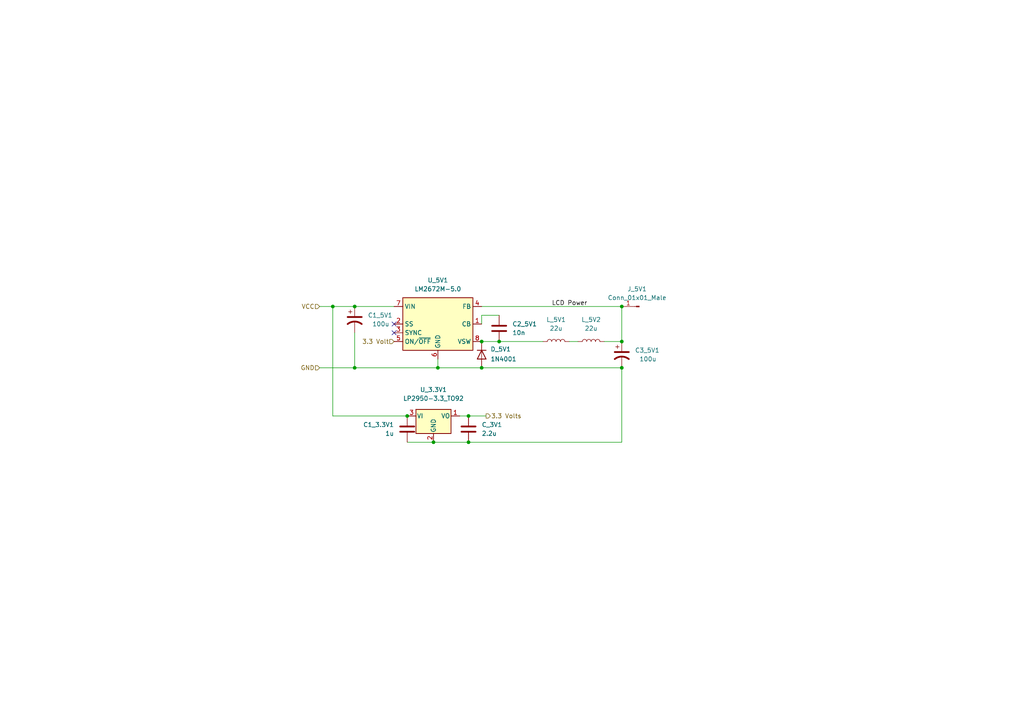
<source format=kicad_sch>
(kicad_sch (version 20211123) (generator eeschema)
  (paper "A4")
  (title_block (title "Channel 1 Power Rails") (date "2022-09-12") (rev "1") (company "George Mason University") (comment 1 "powered off the 3.3 volt rail.") (comment 2 "display as it requires it. The rest of the perphierals and the MCU are") (comment 3 "side. The 5 volts rail is only used to power the 20x04 character LCD") (comment 4 "This supplys the 5 volts and 3.3 volts rail for the primary digital"))
  (lib_symbols
    (symbol "Connector:Conn_01x01_Male" (pin_names (offset 1.016) hide)
      (property "Reference" "J" (at 0 2.54 0))
      (property "Value" "Conn_01x01_Male" (at 0 -2.54 0))
      (symbol "Conn_01x01_Male_1_1"
        (polyline (pts (xy 1.27 0) (xy 0.8636 0)) (stroke (width 0.1524)))
        (rectangle (start 0.8636 0.127) (end 0 -0.127) (stroke (width 0.1524)) (fill (type outline)))
        (pin passive line (at 5.08 0 180) (length 3.81) (name "Pin_1") (number "1"))
      )
    )
    (symbol "Device:C" (pin_numbers hide) (pin_names (offset 0.254))
      (property "Reference" "C" (at 0.635 2.54 0))
      (property "Value" "C" (at 0.635 -2.54 0))
      (symbol "C_0_1"
        (polyline (pts (xy -2.032 -0.762) (xy 2.032 -0.762)) (stroke (width 0.508)))
        (polyline (pts (xy -2.032 0.762) (xy 2.032 0.762)) (stroke (width 0.508)))
      )
      (symbol "C_1_1"
        (pin passive line (at 0 3.81 270) (length 2.794) (name "~") (number "1"))
        (pin passive line (at 0 -3.81 90) (length 2.794) (name "~") (number "2"))
      )
    )
    (symbol "Device:C_Polarized_US" (pin_numbers hide) (pin_names (offset 0.254) hide)
      (property "Reference" "C" (at 0.635 2.54 0))
      (property "Value" "C_Polarized_US" (at 0.635 -2.54 0))
      (symbol "C_Polarized_US_0_1"
        (polyline (pts (xy -2.032 0.762) (xy 2.032 0.762)) (stroke (width 0.508)))
        (polyline (pts (xy -1.778 2.286) (xy -0.762 2.286)))
        (polyline (pts (xy -1.27 1.778) (xy -1.27 2.794)))
        (arc (start 2.032 -1.27) (mid 0 -0.5572) (end -2.032 -1.27) (stroke (width 0.508)))
      )
      (symbol "C_Polarized_US_1_1"
        (pin passive line (at 0 3.81 270) (length 2.794) (name "~") (number "1"))
        (pin passive line (at 0 -3.81 90) (length 3.302) (name "~") (number "2"))
      )
    )
    (symbol "Device:L" (pin_numbers hide) (pin_names (offset 1.016) hide)
      (property "Reference" "L" (at -1.27 0 90))
      (property "Value" "L" (at 1.905 0 90))
      (symbol "L_0_1"
        (arc (start 0 -2.54) (mid 0.635 -1.905) (end 0 -1.27))
        (arc (start 0 -1.27) (mid 0.635 -0.635) (end 0 0))
        (arc (start 0 0) (mid 0.635 0.635) (end 0 1.27))
        (arc (start 0 1.27) (mid 0.635 1.905) (end 0 2.54))
      )
      (symbol "L_1_1"
        (pin passive line (at 0 3.81 270) (length 1.27) (name "1") (number "1"))
        (pin passive line (at 0 -3.81 90) (length 1.27) (name "2") (number "2"))
      )
    )
    (symbol "Diode:1N4001" (pin_numbers hide) (pin_names (offset 1.016) hide)
      (property "Reference" "D" (at 0 2.54 0))
      (property "Value" "1N4001" (at 0 -2.54 0))
      (symbol "1N4001_0_1"
        (polyline (pts (xy -1.27 1.27) (xy -1.27 -1.27)) (stroke (width 0.254)))
        (polyline (pts (xy 1.27 0) (xy -1.27 0)))
        (polyline (pts (xy 1.27 1.27) (xy 1.27 -1.27) (xy -1.27 0) (xy 1.27 1.27)) (stroke (width 0.254)))
      )
      (symbol "1N4001_1_1"
        (pin passive line (at -3.81 0 0) (length 2.54) (name "K") (number "1"))
        (pin passive line (at 3.81 0 180) (length 2.54) (name "A") (number "2"))
      )
    )
    (symbol "Regulator_Linear:LP2950-3.3_TO92" (pin_names (offset 0.254))
      (property "Reference" "U" (at -3.81 3.175 0))
      (property "Value" "LP2950-3.3_TO92" (at 0 3.175 0))
      (symbol "LP2950-3.3_TO92_0_1"
        (rectangle (start -5.08 -5.08) (end 5.08 1.905) (stroke (width 0.254)) (fill (type background)))
      )
      (symbol "LP2950-3.3_TO92_1_1"
        (pin power_out line (at 7.62 0 180) (length 2.54) (name "VO") (number "1"))
        (pin power_in line (at 0 -7.62 90) (length 2.54) (name "GND") (number "2"))
        (pin power_in line (at -7.62 0 0) (length 2.54) (name "VI") (number "3"))
      )
    )
    (symbol "Regulator_Switching:LM2672M-5.0"
      (property "Reference" "U" (at -10.16 8.89 0))
      (property "Value" "LM2672M-5.0" (at 0 8.89 0))
      (symbol "LM2672M-5.0_0_1"
        (rectangle (start -10.16 7.62) (end 10.16 -7.62) (stroke (width 0.254)) (fill (type background)))
      )
      (symbol "LM2672M-5.0_1_1"
        (pin input line (at 12.7 0 180) (length 2.54) (name "CB") (number "1"))
        (pin input line (at -12.7 0 0) (length 2.54) (name "SS") (number "2"))
        (pin input line (at -12.7 -2.54 0) (length 2.54) (name "SYNC") (number "3"))
        (pin input line (at 12.7 5.08 180) (length 2.54) (name "FB") (number "4"))
        (pin input line (at -12.7 -5.08 0) (length 2.54) (name "ON/~{OFF}") (number "5"))
        (pin power_in line (at 0 -10.16 90) (length 2.54) (name "GND") (number "6"))
        (pin power_in line (at -12.7 5.08 0) (length 2.54) (name "VIN") (number "7"))
        (pin output line (at 12.7 -5.08 180) (length 2.54) (name "VSW") (number "8"))
      )
    )
  )
  (junction (at 127 106.68))
  (junction (at 102.87 106.68))
  (junction (at 96.52 88.9))
  (junction (at 135.89 128.27))
  (junction (at 139.7 99.06))
  (junction (at 144.78 99.06))
  (junction (at 180.34 106.68))
  (junction (at 139.7 106.68))
  (junction (at 118.11 120.65))
  (junction (at 125.73 128.27))
  (junction (at 180.34 99.06))
  (junction (at 180.34 88.9))
  (junction (at 135.89 120.65))
  (junction (at 102.87 88.9))
  (no_connect (at 114.3 96.52))
  (no_connect (at 114.3 93.98))
  (wire (pts (xy 139.7 91.44) (xy 139.7 93.98)))
  (wire (pts (xy 102.87 88.9) (xy 114.3 88.9)))
  (wire (pts (xy 127 106.68) (xy 127 104.14)))
  (wire (pts (xy 92.71 88.9) (xy 96.52 88.9)))
  (wire (pts (xy 139.7 99.06) (xy 144.78 99.06)))
  (wire (pts (xy 118.11 128.27) (xy 125.73 128.27)))
  (wire (pts (xy 144.78 99.06) (xy 157.48 99.06)))
  (wire (pts (xy 139.7 106.68) (xy 180.34 106.68)))
  (wire (pts (xy 144.78 91.44) (xy 139.7 91.44)))
  (wire (pts (xy 180.34 128.27) (xy 180.34 106.68)))
  (wire (pts (xy 96.52 120.65) (xy 118.11 120.65)))
  (wire (pts (xy 139.7 88.9) (xy 180.34 88.9)))
  (wire (pts (xy 96.52 120.65) (xy 96.52 88.9)))
  (wire (pts (xy 180.34 99.06) (xy 180.34 88.9)))
  (wire (pts (xy 165.1 99.06) (xy 167.64 99.06)))
  (wire (pts (xy 139.7 106.68) (xy 127 106.68)))
  (wire (pts (xy 135.89 128.27) (xy 180.34 128.27)))
  (wire (pts (xy 102.87 96.52) (xy 102.87 106.68)))
  (wire (pts (xy 96.52 88.9) (xy 102.87 88.9)))
  (wire (pts (xy 92.71 106.68) (xy 102.87 106.68)))
  (wire (pts (xy 125.73 128.27) (xy 135.89 128.27)))
  (wire (pts (xy 135.89 120.65) (xy 140.97 120.65)))
  (wire (pts (xy 102.87 106.68) (xy 127 106.68)))
  (wire (pts (xy 133.35 120.65) (xy 135.89 120.65)))
  (wire (pts (xy 175.26 99.06) (xy 180.34 99.06)))
  (label "LCD Power" (at 160.02 88.9 0))
  (hierarchical_label "GND" (shape input) (at 92.71 106.68 180))
  (hierarchical_label "3.3 Volts" (shape output) (at 140.97 120.65 0))
  (hierarchical_label "3.3 Volt" (shape input) (at 114.3 99.06 180))
  (hierarchical_label "VCC" (shape input) (at 92.71 88.9 180))
  (symbol (lib_id "Connector:Conn_01x01_Male") (at 185.42 88.9 180) (unit 1)
    (property "Reference" "J_5V1" (at 184.785 83.82 0))
    (property "Value" "Conn_01x01_Male" (at 184.785 86.36 0))
    (property "Footprint" "Connector_PinHeader_2.54mm:PinHeader_1x01_P2.54mm_Vertical" (effects hide))
  )
  (symbol (lib_id "Device:C") (at 135.89 124.46 0) (unit 1)
    (property "Reference" "C_3V1" (at 139.7 123.1899 0) (effects (justify left)))
    (property "Value" "2.2u" (at 139.7 125.7299 0) (effects (justify left)))
    (property "Footprint" "Capacitor_SMD:C_0805_2012Metric" (effects hide))
  )
  (symbol (lib_id "Regulator_Linear:LP2950-3.3_TO92") (at 125.73 120.65 0) (unit 1)
    (property "Reference" "U_3.3V1" (at 125.73 113.03 0))
    (property "Value" "LP2950-3.3_TO92" (at 125.73 115.57 0))
    (property "Footprint" "Package_TO_SOT_SMD:TO-252-3_TabPin4" (effects hide))
    (property "Datasheet" "http://www.ti.com/lit/ds/symlink/lp2950.pdf" (effects hide))
  )
  (symbol (lib_id "Device:C") (at 118.11 124.46 0) (mirror x) (unit 1)
    (property "Reference" "C1_3.3V1" (at 114.3 123.1899 0) (effects (justify right)))
    (property "Value" "1u" (at 114.3 125.7299 0) (effects (justify right)))
    (property "Footprint" "Capacitor_SMD:C_0805_2012Metric" (effects hide))
  )
  (symbol (lib_id "Device:C_Polarized_US") (at 180.34 102.87 0) (unit 1)
    (property "Reference" "C3_5V1" (at 184.15 101.6 0) (effects (justify left)))
    (property "Value" "100u" (at 185.42 104.14 0) (effects (justify left)))
    (property "Footprint" "Capacitor_THT:CP_Radial_D10.0mm_P5.00mm" (effects hide))
  )
  (symbol (lib_id "Diode:1N4001") (at 139.7 102.87 270) (unit 1)
    (property "Reference" "D_5V1" (at 142.24 101.2824 90) (effects (justify left)))
    (property "Value" "1N4001" (at 146.05 104.14 90))
    (property "Footprint" "Diode_SMD:D_SMA" (effects hide))
    (property "Datasheet" "http://www.vishay.com/docs/88503/1n4001.pdf" (effects hide))
  )
  (symbol (lib_id "Device:L") (at 161.29 99.06 90) (unit 1)
    (property "Reference" "L_5V1" (at 161.29 92.71 90))
    (property "Value" "22u" (at 161.29 95.25 90))
    (property "Footprint" "Inductor_THT:L_Radial_D6.0mm_P4.00mm" (effects hide))
  )
  (symbol (lib_id "Device:L") (at 171.45 99.06 90) (unit 1)
    (property "Reference" "L_5V2" (at 171.45 92.71 90))
    (property "Value" "22u" (at 171.45 95.25 90))
    (property "Footprint" "Inductor_THT:L_Radial_D6.0mm_P4.00mm" (effects hide))
  )
  (symbol (lib_id "Device:C_Polarized_US") (at 102.87 92.71 0) (unit 1)
    (property "Reference" "C1_5V1" (at 106.68 91.44 0) (effects (justify left)))
    (property "Value" "100u" (at 107.95 93.98 0) (effects (justify left)))
    (property "Footprint" "Capacitor_THT:CP_Radial_D10.0mm_P5.00mm" (effects hide))
  )
  (symbol (lib_id "Regulator_Switching:LM2672M-5.0") (at 127 93.98 0) (unit 1)
    (property "Reference" "U_5V1" (at 127 81.28 0))
    (property "Value" "LM2672M-5.0" (at 127 83.82 0))
    (property "Footprint" "Package_SO:SOIC-8_3.9x4.9mm_P1.27mm" (effects hide))
    (property "Datasheet" "http://www.ti.com/lit/ds/symlink/lm2672.pdf" (effects hide))
  )
  (symbol (lib_id "Device:C") (at 144.78 95.25 0) (unit 1)
    (property "Reference" "C2_5V1" (at 148.59 93.9799 0) (effects (justify left)))
    (property "Value" "10n" (at 148.59 96.5199 0) (effects (justify left)))
    (property "Footprint" "Capacitor_SMD:C_0805_2012Metric" (effects hide))
  )
)
</source>
